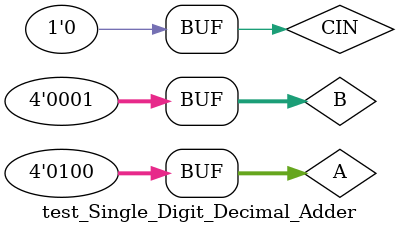
<source format=v>
`timescale 1ns / 1ps


module test_Single_Digit_Decimal_Adder;
reg [3:0]A;
reg [3:0]B;
reg CIN;

wire [3:0]S;
wire COUT;
Single_Digit_Decimal_Adder U0(.a(A),.b(B),.cin(CIN),.s(S),.cout(COUT));

initial
begin

A=4'd1;B=4'd3;CIN=0; 
#10 A=4'd7;B=4'd8;CIN=0; 
#10 A=4'd4;B=4'd8;CIN=1; 
#10 A=4'd2;B=4'd8;CIN=0; 
#10 A=4'd5;B=4'd4;CIN=1; 
#10 A=4'd1;B=4'd1;CIN=1; 
#10 A=4'd3;B=4'd5;CIN=1; 
#10 A=4'd6;B=4'd2;CIN=1; 
#10 A=4'd4;B=4'd6;CIN=0; 
#10 A=4'd2;B=4'd1;CIN=0; 
#10 A=4'd9;B=4'd9;CIN=0; 
#10 A=4'd0;B=4'd0;CIN=0; 
#10 A=4'd1;B=4'd2;CIN=0; 
#10 A=4'd8;B=4'd3;CIN=0; 
#10 A=4'd4;B=4'd1;CIN=0; 

end
endmodule

</source>
